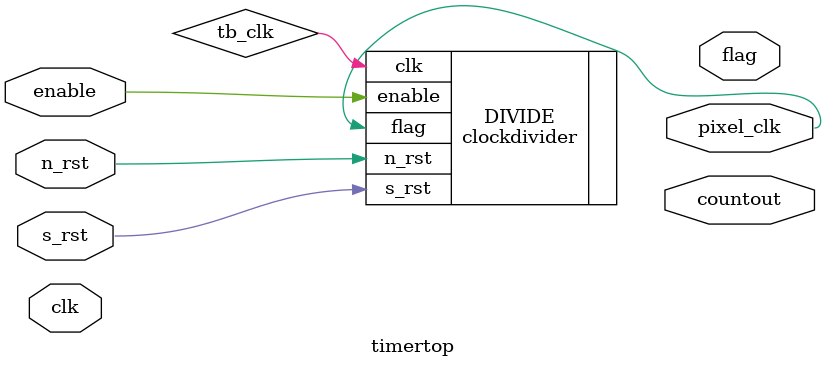
<source format=sv>
module timertop
	(
	input wire clk,
	input wire n_rst,
	input wire s_rst,
	input wire enable,
	output reg flag,
	output reg pixel_clk,
	output reg [9:0] countout
	);
	   
	
	clockdivider DIVIDE
	(
		.clk(tb_clk),
		.n_rst(n_rst),
		.s_rst(s_rst),
		.enable(enable),
		.flag(pixel_clk)
	);

endmodule
</source>
